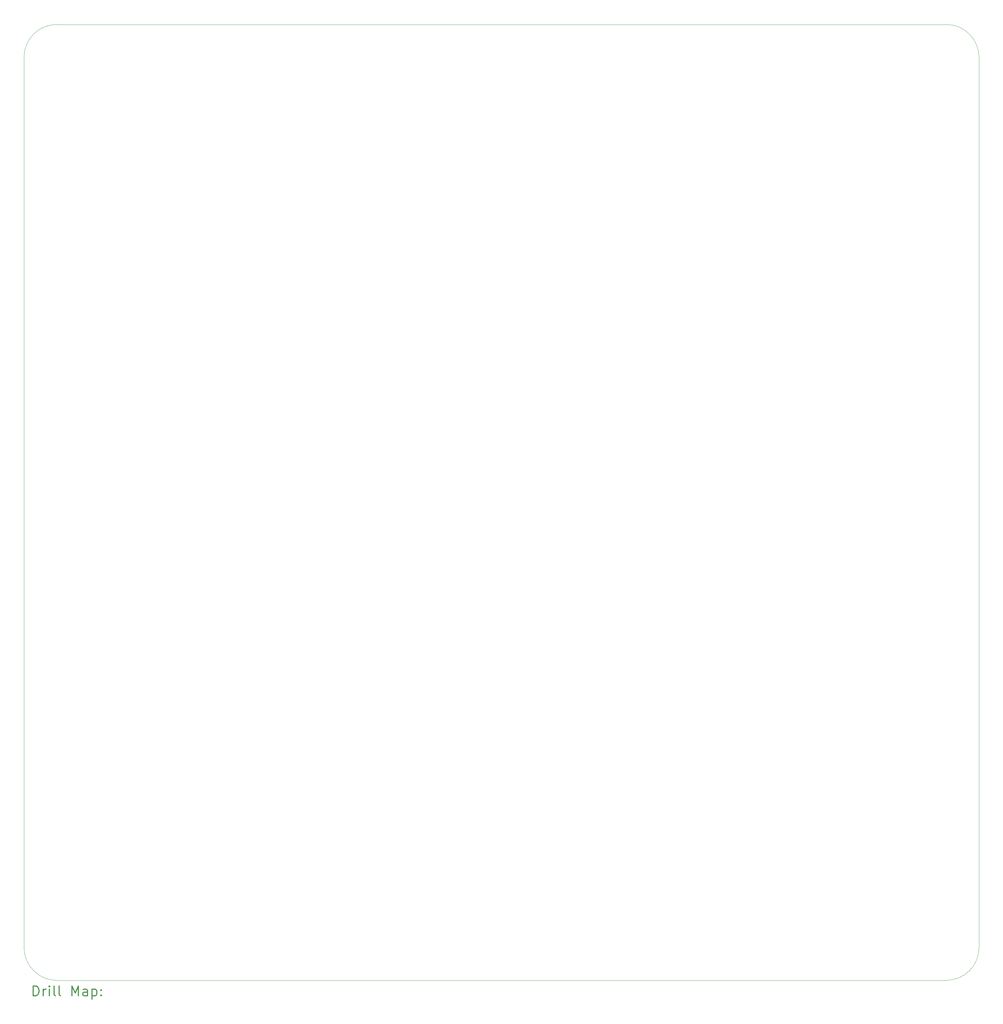
<source format=gbr>
%FSLAX45Y45*%
G04 Gerber Fmt 4.5, Leading zero omitted, Abs format (unit mm)*
G04 Created by KiCad (PCBNEW (5.1.10)-1) date 2021-11-14 07:23:17*
%MOMM*%
%LPD*%
G01*
G04 APERTURE LIST*
%TA.AperFunction,Profile*%
%ADD10C,0.050000*%
%TD*%
%ADD11C,0.200000*%
%ADD12C,0.300000*%
G04 APERTURE END LIST*
D10*
X34200000Y-6100000D02*
X34200000Y-33100000D01*
X33200000Y-5100000D02*
G75*
G02*
X34200000Y-6100000I0J-1000000D01*
G01*
X33200000Y-34100000D02*
X6200000Y-34100000D01*
X34200000Y-33100000D02*
G75*
G02*
X33200000Y-34100000I-1000000J0D01*
G01*
X5200000Y-33100000D02*
X5200000Y-6100000D01*
X6200000Y-34100000D02*
G75*
G02*
X5200000Y-33100000I0J1000000D01*
G01*
X6200000Y-5100000D02*
X33200000Y-5100000D01*
X5200000Y-6100000D02*
G75*
G02*
X6200000Y-5100000I1000000J0D01*
G01*
D11*
D12*
X5483928Y-34568214D02*
X5483928Y-34268214D01*
X5555357Y-34268214D01*
X5598214Y-34282500D01*
X5626786Y-34311072D01*
X5641071Y-34339643D01*
X5655357Y-34396786D01*
X5655357Y-34439643D01*
X5641071Y-34496786D01*
X5626786Y-34525357D01*
X5598214Y-34553929D01*
X5555357Y-34568214D01*
X5483928Y-34568214D01*
X5783928Y-34568214D02*
X5783928Y-34368214D01*
X5783928Y-34425357D02*
X5798214Y-34396786D01*
X5812500Y-34382500D01*
X5841071Y-34368214D01*
X5869643Y-34368214D01*
X5969643Y-34568214D02*
X5969643Y-34368214D01*
X5969643Y-34268214D02*
X5955357Y-34282500D01*
X5969643Y-34296786D01*
X5983928Y-34282500D01*
X5969643Y-34268214D01*
X5969643Y-34296786D01*
X6155357Y-34568214D02*
X6126786Y-34553929D01*
X6112500Y-34525357D01*
X6112500Y-34268214D01*
X6312500Y-34568214D02*
X6283928Y-34553929D01*
X6269643Y-34525357D01*
X6269643Y-34268214D01*
X6655357Y-34568214D02*
X6655357Y-34268214D01*
X6755357Y-34482500D01*
X6855357Y-34268214D01*
X6855357Y-34568214D01*
X7126786Y-34568214D02*
X7126786Y-34411072D01*
X7112500Y-34382500D01*
X7083928Y-34368214D01*
X7026786Y-34368214D01*
X6998214Y-34382500D01*
X7126786Y-34553929D02*
X7098214Y-34568214D01*
X7026786Y-34568214D01*
X6998214Y-34553929D01*
X6983928Y-34525357D01*
X6983928Y-34496786D01*
X6998214Y-34468214D01*
X7026786Y-34453929D01*
X7098214Y-34453929D01*
X7126786Y-34439643D01*
X7269643Y-34368214D02*
X7269643Y-34668214D01*
X7269643Y-34382500D02*
X7298214Y-34368214D01*
X7355357Y-34368214D01*
X7383928Y-34382500D01*
X7398214Y-34396786D01*
X7412500Y-34425357D01*
X7412500Y-34511072D01*
X7398214Y-34539643D01*
X7383928Y-34553929D01*
X7355357Y-34568214D01*
X7298214Y-34568214D01*
X7269643Y-34553929D01*
X7541071Y-34539643D02*
X7555357Y-34553929D01*
X7541071Y-34568214D01*
X7526786Y-34553929D01*
X7541071Y-34539643D01*
X7541071Y-34568214D01*
X7541071Y-34382500D02*
X7555357Y-34396786D01*
X7541071Y-34411072D01*
X7526786Y-34396786D01*
X7541071Y-34382500D01*
X7541071Y-34411072D01*
M02*

</source>
